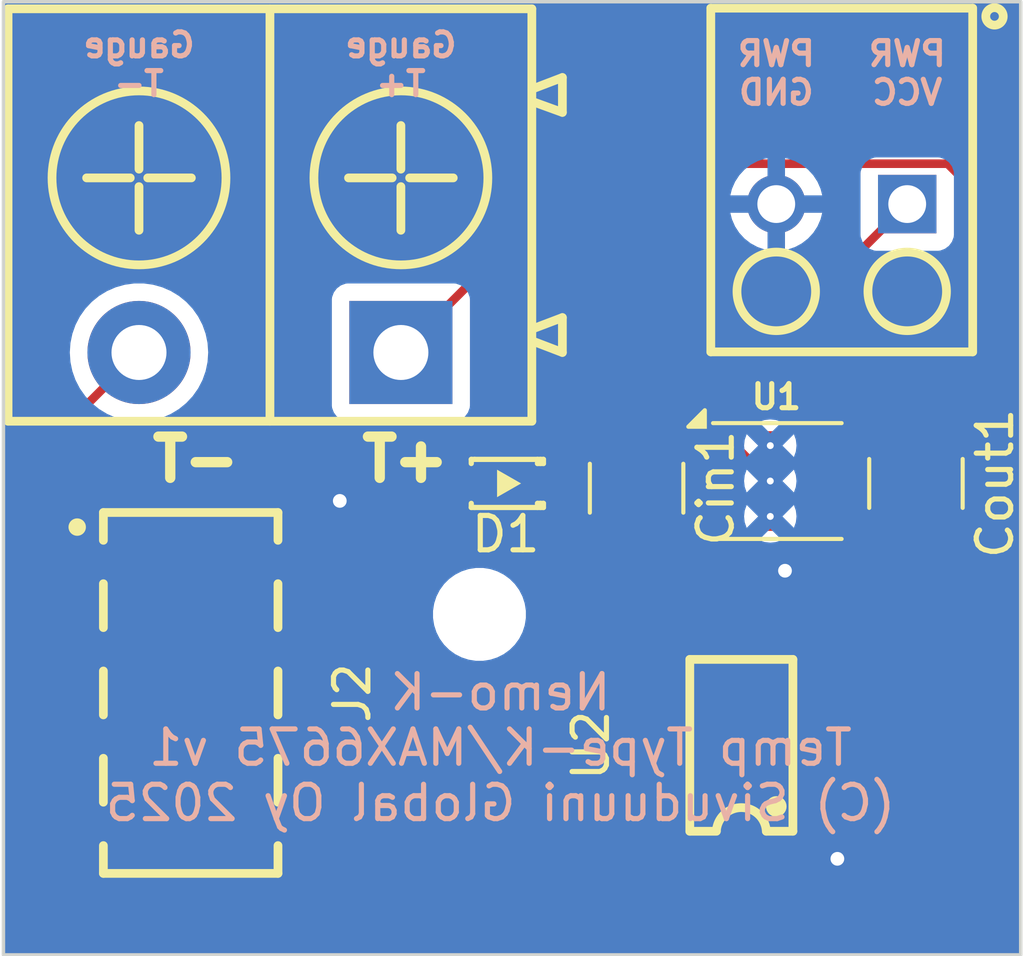
<source format=kicad_pcb>
(kicad_pcb (version 20240108) (generator "pcbnew") (generator_version "8.0")
  (layers (0 "F.Cu" signal) (31 "B.Cu" signal) (34 "B.Paste" user) (35 "F.Paste" user) (36 "B.SilkS" user "B.Silkscreen") (37 "F.SilkS" user "F.Silkscreen") (38 "B.Mask" user) (39 "F.Mask" user) (44 "Edge.Cuts" user))
  (net 0 "")
  (net 1 "Earth")
  (net 2 "+3V3")
  (net 7 "Net-(J2-GPIO0)")
  (net 10 "Net-(D1-K)")
  (net 11 "Net-(D1-A)")
  (net 12 "Net-(J2-RX{slash}GPIO3)")
  (net 14 "Net-(U2-T-)")
  (net 15 "Net-(U2-T+)")
  (net 16 "Net-(J2-GPIO2)")
  (footprint "Package_LGA:Texas_SIL0010A_MicroSiP-10-1EP_3.8x3mm_P0.6mm_EP0.7x2.9mm_ThermalVias" (layer "F.Cu") (at 134.367 89.084)
    (property "Reference" "U1" (at 0 -2.45 0) (layer "F.SilkS") (effects (font (size 0.7 0.7))))
    (property "Value" "LMZM23601V3SILR")
    (fp_line (start -1.9 1.685) (end 1.9 1.685) (stroke (width 0.12)) (layer "F.SilkS"))
    (fp_line (start -1.84 -1.685) (end 1.9 -1.685) (stroke (width 0.12)) (layer "F.SilkS"))
    (fp_poly (pts (xy -2.08 -1.58) (xy -2.56 -1.58) (xy -2.08 -2.06) (xy -2.08 -1.58)) (stroke (width 0.12)) (fill solid) (layer "F.SilkS"))
    (pad "1" smd roundrect (at -1.525 -1.2) (size 0.8 0.45) (layers "F.Cu" "F.Paste" "F.Mask") (net 1 "Earth"))
    (pad "2" smd roundrect (at -1.525 -0.6) (size 0.8 0.45) (layers "F.Cu" "F.Paste" "F.Mask") (net 1 "Earth"))
    (pad "3" smd roundrect (at -1.525 0) (size 0.8 0.45) (layers "F.Cu" "F.Paste" "F.Mask") (net 10 "Net-(D1-K)"))
    (pad "4" smd roundrect (at -1.525 0.6) (size 0.8 0.45) (layers "F.Cu" "F.Paste" "F.Mask") (net 10 "Net-(D1-K)"))
    (pad "5" smd roundrect (at -1.525 1.2) (size 0.8 0.45) (layers "F.Cu" "F.Paste" "F.Mask"))
    (pad "6" smd roundrect (at 1.525 1.2) (size 0.8 0.45) (layers "F.Cu" "F.Paste" "F.Mask") (net 2 "+3V3"))
    (pad "7" smd roundrect (at 1.525 0.6) (size 0.8 0.45) (layers "F.Cu" "F.Paste" "F.Mask") (net 2 "+3V3"))
    (pad "8" smd roundrect (at 1.525 0) (size 0.8 0.45) (layers "F.Cu" "F.Paste" "F.Mask"))
    (pad "9" smd roundrect (at 1.525 -0.6) (size 0.8 0.45) (layers "F.Cu" "F.Paste" "F.Mask"))
    (pad "10" smd roundrect (at 1.525 -1.2) (size 0.8 0.45) (layers "F.Cu" "F.Paste" "F.Mask"))
    (pad "11" thru_hole circle (at -0.175 -1.03) (size 0.5 0.5) (drill 0.2) (property pad_prop_heatsink) (layers "*.Cu") (net 1 "Earth"))
    (pad "11" thru_hole circle (at -0.175 0) (size 0.5 0.5) (drill 0.2) (property pad_prop_heatsink) (layers "*.Cu") (net 1 "Earth"))
    (pad "11" smd rect (at -0.175 0) (size 0.5 2.56) (property pad_prop_heatsink) (layers "B.Cu") (net 1 "Earth"))
    (pad "11" smd rect (at -0.175 0) (size 0.7 2.9) (property pad_prop_heatsink) (layers "F.Cu" "F.Mask") (net 1 "Earth"))
    (pad "11" thru_hole circle (at -0.175 1.03) (size 0.5 0.5) (drill 0.2) (property pad_prop_heatsink) (layers "*.Cu") (net 1 "Earth"))
  )
  (footprint "Capacitor_SMD:C_1210_3225Metric" (layer "F.Cu") (at 138.43 89.154 -90)
    (property "Reference" "Cout1" (at 0 -2.3 90) (layer "F.SilkS"))
    (property "Value" "33μF (6.3V)")
    (fp_line (start -0.711252 1.36) (end 0.711252 1.36) (stroke (width 0.12)) (layer "F.SilkS"))
    (fp_line (start -0.711252 -1.36) (end 0.711252 -1.36) (stroke (width 0.12)) (layer "F.SilkS"))
    (pad "1" smd roundrect (at -1.475 0 270) (size 1.15 2.7) (layers "F.Cu" "F.Paste" "F.Mask") (roundrect_rratio 0.217391) (net 2 "+3V3"))
    (pad "2" smd roundrect (at 1.475 0 270) (size 1.15 2.7) (layers "F.Cu" "F.Paste" "F.Mask") (roundrect_rratio 0.217391) (net 1 "Earth"))
  )
  (footprint "C5173665:CONN-TH_2P-P7.62_KEFA_KF7.62-2P" (layer "F.Cu") (at 119.634 85.344 180)
    (property "Reference" "U4" (hide yes))
    (property "Value" "Type K" (hide yes))
    (fp_line (start 7.62 10) (end -7.62 10) (stroke (width 0.254)) (layer "F.SilkS"))
    (fp_line (start 7.62 -2) (end 7.62 10) (stroke (width 0.254)) (layer "F.SilkS"))
    (fp_line (start 7.62 -2) (end -7.62 -2) (stroke (width 0.254)) (layer "F.SilkS"))
    (fp_line (start 4.064 5.08) (end 5.334 5.08) (stroke (width 0.254)) (layer "F.SilkS"))
    (fp_line (start 3.81 5.334) (end 3.81 6.604) (stroke (width 0.254)) (layer "F.SilkS"))
    (fp_line (start 3.81 4.826) (end 3.81 3.556) (stroke (width 0.254)) (layer "F.SilkS"))
    (fp_line (start 3.556 5.08) (end 2.286 5.08) (stroke (width 0.254)) (layer "F.SilkS"))
    (fp_line (start 0 -2) (end 0 10) (stroke (width 0.254)) (layer "F.SilkS"))
    (fp_line (start -3.556 5.08) (end -2.286 5.08) (stroke (width 0.254)) (layer "F.SilkS"))
    (fp_line (start -3.81 5.334) (end -3.81 6.604) (stroke (width 0.254)) (layer "F.SilkS"))
    (fp_line (start -3.81 4.826) (end -3.81 3.556) (stroke (width 0.254)) (layer "F.SilkS"))
    (fp_line (start -4.064 5.08) (end -5.334 5.08) (stroke (width 0.254)) (layer "F.SilkS"))
    (fp_line (start -7.62 7.307) (end -8.509 6.985) (stroke (width 0.254)) (layer "F.SilkS"))
    (fp_line (start -7.62 0.34) (end -8.509 0) (stroke (width 0.254)) (layer "F.SilkS"))
    (fp_line (start -7.62 -2) (end -7.62 10) (stroke (width 0.254)) (layer "F.SilkS"))
    (fp_line (start -8.509 8.001) (end -7.62 7.6615) (stroke (width 0.254)) (layer "F.SilkS"))
    (fp_line (start -8.509 6.985) (end -8.509 8.001) (stroke (width 0.254)) (layer "F.SilkS"))
    (fp_line (start -8.509 1.016) (end -7.62 0.679) (stroke (width 0.254)) (layer "F.SilkS"))
    (fp_line (start -8.509 0) (end -8.509 1.016) (stroke (width 0.254)) (layer "F.SilkS"))
    (fp_circle (center 3.81 5.08) (end 6.3405 5.08) (stroke (width 0.254)) (fill none) (layer "F.SilkS"))
    (fp_circle (center -3.81 5.08) (end -1.2795 5.08) (stroke (width 0.254)) (fill none) (layer "F.SilkS"))
    (pad "1" thru_hole rect (at -3.81 0 180) (size 3 3) (drill 1.6) (layers "*.Cu" "*.Mask") (net 15 "Net-(U2-T+)"))
    (pad "2" thru_hole circle (at 3.81 0 180) (size 3 3) (drill 1.6) (layers "*.Cu" "*.Mask") (net 14 "Net-(U2-T-)"))
  )
  (footprint "C16030:SOIC-8_L5.0-W4.0-P1.27-LS6.0-BL" (layer "F.Cu") (at 133.35 96.774 90)
    (property "Reference" "U2" (at 0 -4.38 90) (layer "F.SilkS"))
    (property "Value" "MAX6675ISA+T")
    (fp_line (start 2.5 -1.5) (end 2.5 1.5) (stroke (width 0.254)) (layer "F.SilkS"))
    (fp_line (start -2.5 -1.5) (end 2.5 -1.5) (stroke (width 0.254)) (layer "F.SilkS"))
    (fp_line (start -2.5 -1.5) (end -2.5 -0.7265) (stroke (width 0.254)) (layer "F.SilkS"))
    (fp_line (start -2.5 1.5) (end -2.5 0.7265) (stroke (width 0.254)) (layer "F.SilkS"))
    (fp_line (start -2.5 1.5) (end 2.5 1.5) (stroke (width 0.254)) (layer "F.SilkS"))
    (fp_arc (start -2.495 -0.7265) (mid -1.812112 0.002358) (end -2.5 0.7265) (stroke (width 0.254)) (layer "F.SilkS"))
    (fp_circle (center -1.778 1.016) (end -1.628 1.016) (stroke (width 0.3)) (fill none) (layer "F.SilkS"))
    (pad "1" smd oval (at -1.905 2.705 90) (size 0.5685 1.95) (layers "F.Cu" "F.Paste" "F.Mask") (net 1 "Earth"))
    (pad "2" smd oval (at -0.635 2.705 90) (size 0.5685 1.95) (layers "F.Cu" "F.Paste" "F.Mask") (net 14 "Net-(U2-T-)"))
    (pad "3" smd oval (at 0.635 2.705 90) (size 0.5685 1.95) (layers "F.Cu" "F.Paste" "F.Mask") (net 15 "Net-(U2-T+)"))
    (pad "4" smd oval (at 1.905 2.705 90) (size 0.5685 1.95) (layers "F.Cu" "F.Paste" "F.Mask") (net 2 "+3V3"))
    (pad "5" smd oval (at 1.905 -2.705 90) (size 0.5685 1.95) (layers "F.Cu" "F.Paste" "F.Mask") (net 7 "Net-(J2-GPIO0)"))
    (pad "6" smd oval (at 0.635 -2.705 90) (size 0.5685 1.95) (layers "F.Cu" "F.Paste" "F.Mask") (net 16 "Net-(J2-GPIO2)"))
    (pad "7" smd oval (at -0.635 -2.705 90) (size 0.5685 1.95) (layers "F.Cu" "F.Paste" "F.Mask") (net 12 "Net-(J2-RX{slash}GPIO3)"))
    (pad "8" smd oval (at -1.905 -2.705 90) (size 0.5685 1.95) (layers "F.Cu" "F.Paste" "F.Mask"))
  )
  (footprint "C3975149:HDR-SMD_8P-P2.54-V-F-R2-C4-S7.1" (layer "F.Cu") (at 117.328 95.25 -90)
    (property "Reference" "J2" (at 0 -4.7 90) (layer "F.SilkS"))
    (property "Value" "ESP-01S")
    (fp_line (start -5.25 2.54) (end -4.441 2.54) (stroke (width 0.254)) (layer "F.SilkS"))
    (fp_line (start -3.179 2.54) (end -1.901 2.54) (stroke (width 0.254)) (layer "F.SilkS"))
    (fp_line (start -0.639 2.54) (end 0.639 2.54) (stroke (width 0.254)) (layer "F.SilkS"))
    (fp_line (start 1.901 2.54) (end 3.179 2.54) (stroke (width 0.254)) (layer "F.SilkS"))
    (fp_line (start 4.441 2.54) (end 5.25 2.54) (stroke (width 0.254)) (layer "F.SilkS"))
    (fp_line (start -5.25 -2.54) (end -5.25 2.54) (stroke (width 0.254)) (layer "F.SilkS"))
    (fp_line (start -5.25 -2.54) (end -4.441 -2.54) (stroke (width 0.254)) (layer "F.SilkS"))
    (fp_line (start -3.179 -2.54) (end -1.901 -2.54) (stroke (width 0.254)) (layer "F.SilkS"))
    (fp_line (start -0.639 -2.54) (end 0.639 -2.54) (stroke (width 0.254)) (layer "F.SilkS"))
    (fp_line (start 1.901 -2.54) (end 3.179 -2.54) (stroke (width 0.254)) (layer "F.SilkS"))
    (fp_line (start 4.441 -2.54) (end 5.25 -2.54) (stroke (width 0.254)) (layer "F.SilkS"))
    (fp_line (start 5.25 -2.54) (end 5.25 2.54) (stroke (width 0.254)) (layer "F.SilkS"))
    (fp_circle (center -4.826 3.302) (end -4.699 3.302) (stroke (width 0.254)) (fill none) (layer "F.SilkS"))
    (pad "1" smd rect (at -3.81 -2.4 270) (size 0.8 3.2) (layers "F.Cu" "F.Paste" "F.Mask") (net 1 "Earth"))
    (pad "2" smd rect (at -3.81 2.4 270) (size 0.8 3.2) (layers "F.Cu" "F.Paste" "F.Mask"))
    (pad "3" smd rect (at -1.27 -2.4 270) (size 0.8 3.2) (layers "F.Cu" "F.Paste" "F.Mask") (net 16 "Net-(J2-GPIO2)"))
    (pad "4" smd rect (at -1.27 2.4 270) (size 0.8 3.2) (layers "F.Cu" "F.Paste" "F.Mask") (net 2 "+3V3"))
    (pad "5" smd rect (at 1.27 -2.4 270) (size 0.8 3.2) (layers "F.Cu" "F.Paste" "F.Mask") (net 7 "Net-(J2-GPIO0)"))
    (pad "6" smd rect (at 1.27 2.4 270) (size 0.8 3.2) (layers "F.Cu" "F.Paste" "F.Mask"))
    (pad "7" smd rect (at 3.81 -2.4 270) (size 0.8 3.2) (layers "F.Cu" "F.Paste" "F.Mask") (net 12 "Net-(J2-RX{slash}GPIO3)"))
    (pad "8" smd rect (at 3.81 2.4 270) (size 0.8 3.2) (layers "F.Cu" "F.Paste" "F.Mask") (net 2 "+3V3"))
  )
  (footprint "MountingHole:MountingHole_2.2mm_M2" (layer "F.Cu") (at 125.73 92.964)
    (property "Reference" "REF**" (hide yes))
    (property "Value" "MountingHole_2.2mm_M2")
    (pad "" np_thru_hole circle (at 0 0) (size 2.2 2.2) (drill 2.2) (layers "*.Cu" "*.Mask"))
  )
  (footprint "Capacitor_SMD:C_1210_3225Metric" (layer "F.Cu") (at 130.302 89.293 -90)
    (property "Reference" "Cin1" (at 0 -2.3 -90) (layer "F.SilkS"))
    (property "Value" "10μF (50V)")
    (fp_line (start -0.711252 1.36) (end 0.711252 1.36) (stroke (width 0.12)) (layer "F.SilkS"))
    (fp_line (start -0.711252 -1.36) (end 0.711252 -1.36) (stroke (width 0.12)) (layer "F.SilkS"))
    (pad "1" smd roundrect (at -1.475 0 270) (size 1.15 2.7) (layers "F.Cu" "F.Paste" "F.Mask") (roundrect_rratio 0.217391) (net 10 "Net-(D1-K)"))
    (pad "2" smd roundrect (at 1.475 0 270) (size 1.15 2.7) (layers "F.Cu" "F.Paste" "F.Mask") (roundrect_rratio 0.217391) (net 1 "Earth"))
  )
  (footprint "C5349550:CONN-TH_MX127S-3.81-02P-GN01-CU-Y-A" (layer "F.Cu") (at 136.271 81.026 180)
    (property "Reference" "U3" (hide yes))
    (property "Value" "Power" (hide yes))
    (fp_line (start 3.81 -4.3) (end 3.81 5.7) (stroke (width 0.254)) (layer "F.SilkS"))
    (fp_line (start -3.81 5.7) (end 3.81 5.7) (stroke (width 0.254)) (layer "F.SilkS"))
    (fp_line (start -3.81 -4.3) (end 3.81 -4.3) (stroke (width 0.254)) (layer "F.SilkS"))
    (fp_line (start -3.81 -4.3) (end -3.81 5.7) (stroke (width 0.254)) (layer "F.SilkS"))
    (fp_circle (center 1.905 -2.54) (end 3.048 -2.54) (stroke (width 0.254)) (fill none) (layer "F.SilkS"))
    (fp_circle (center -1.905 -2.54) (end -0.762 -2.54) (stroke (width 0.254)) (fill none) (layer "F.SilkS"))
    (fp_circle (center -4.445 5.461) (end -4.191 5.461) (stroke (width 0.254)) (fill none) (layer "F.SilkS"))
    (pad "1" thru_hole rect (at -1.905 0 180) (size 1.7 1.7) (drill 1.1) (layers "*.Cu" "*.Mask") (net 11 "Net-(D1-A)"))
    (pad "2" thru_hole circle (at 1.905 0 180) (size 1.7 1.7) (drill 1.1) (layers "*.Cu" "*.Mask") (net 1 "Earth"))
  )
  (footprint "C5174649:SOD-323_L1.7-W1.3-LS2.5-RD" (layer "F.Cu") (at 126.492 89.154 180)
    (property "Reference" "D1" (at 0 -1.476 0) (layer "F.SilkS"))
    (property "Value" "D")
    (fp_line (start 1 0.7) (end 1 0.58) (stroke (width 0.152)) (layer "F.SilkS"))
    (fp_line (start 1 -0.58) (end 1 -0.7) (stroke (width 0.152)) (layer "F.SilkS"))
    (fp_line (start 1 -0.7) (end 0.9 -0.7) (stroke (width 0.152)) (layer "F.SilkS"))
    (fp_line (start 0.9 0.7) (end 1 0.7) (stroke (width 0.152)) (layer "F.SilkS"))
    (fp_line (start 0.9 -0.7) (end -1.1 -0.7) (stroke (width 0.152)) (layer "F.SilkS"))
    (fp_line (start -0.927 0.58) (end -0.927 0.7) (stroke (width 0.152)) (layer "F.SilkS"))
    (fp_line (start -0.927 -0.58) (end -1.1 -0.58) (stroke (width 0.152)) (layer "F.SilkS"))
    (fp_line (start -0.927 -0.7) (end -0.927 -0.58) (stroke (width 0.152)) (layer "F.SilkS"))
    (fp_line (start -1.0135 0.7) (end -1.0135 0.58) (stroke (width 0.152)) (layer "F.SilkS"))
    (fp_line (start -1.0135 -0.58) (end -1.0135 -0.7) (stroke (width 0.152)) (layer "F.SilkS"))
    (fp_line (start -1.1 0.7) (end 0.9 0.7) (stroke (width 0.152)) (layer "F.SilkS"))
    (fp_line (start -1.1 0.58) (end -0.927 0.58) (stroke (width 0.152)) (layer "F.SilkS"))
    (fp_line (start -1.1 0.58) (end -1.1 0.7) (stroke (width 0.152)) (layer "F.SilkS"))
    (fp_line (start -1.1 -0.7) (end -1.1 -0.58) (stroke (width 0.152)) (layer "F.SilkS"))
    (fp_poly (pts (xy -0.45 0) (xy 0.25 -0.4) (xy 0.25 0.4)) (fill solid) (layer "F.SilkS"))
    (pad "1" smd rect (at -1.2 0 180) (size 0.8 0.8) (layers "F.Cu" "F.Paste" "F.Mask") (net 10 "Net-(D1-K)"))
    (pad "2" smd rect (at 1.2 0 180) (size 0.8 0.8) (layers "F.Cu" "F.Paste" "F.Mask") (net 11 "Net-(D1-A)"))
  )
  (gr_rect (start 111.88 75.138) (end 141.478 102.87) (stroke (width 0.1)) (fill none) (layer "Edge.Cuts"))
  (gr_text "Gauge\nT+" (at 123.444 76.962 0) (layer "B.SilkS") (effects (font (size 0.7 0.7)) (justify mirror)))
  (gr_text "PWR\nGND" (at 134.366 77.216 0) (layer "B.SilkS") (effects (font (size 0.7 0.7)) (justify mirror)))
  (gr_text "Gauge\nT-" (at 115.824 76.962 0) (layer "B.SilkS") (effects (font (size 0.7 0.7)) (justify mirror)))
  (gr_text "PWR\nVCC" (at 138.176 77.216 0) (layer "B.SilkS") (effects (font (size 0.7 0.7)) (justify mirror)))
  (gr_text "Nemo-K\nTemp Type-K/MAX6675 v1\n(C) Sivuduuni Global Oy 2025" (at 126.342 96.8415 0) (layer "B.SilkS") (effects (font (size 1 1)) (justify mirror)))
  (gr_text "T+" (at 122.174 89.154 0) (layer "F.SilkS") (effects (font (size 1.2 1.2) (thickness 0.3) (bold yes)) (justify left bottom)))
  (gr_text "T-" (at 116.078 89.154 0) (layer "F.SilkS") (effects (font (size 1.2 1.2) (thickness 0.3) (bold yes)) (justify left bottom)))
  (segment (start 119.728 91.44) (end 119.888 91.44) (width 0.25) (layer "F.Cu") (net 1))
  (segment (start 132.992 87.884) (end 134.192 89.084) (width 0.25) (layer "F.Cu") (net 1))
  (segment (start 136.055 98.679) (end 136.055 99.987) (width 0.25) (layer "F.Cu") (net 1))
  (segment (start 130.302 90.768) (end 131.228 91.694) (width 0.25) (layer "F.Cu") (net 1))
  (segment (start 132.842 88.484) (end 132.842 87.884) (width 0.25) (layer "F.Cu") (net 1))
  (segment (start 134.62 91.694) (end 134.62 90.542) (width 0.25) (layer "F.Cu") (net 1))
  (segment (start 134.62 90.542) (end 134.192 90.114) (width 0.25) (layer "F.Cu") (net 1))
  (segment (start 136.055 99.987) (end 136.144 100.076) (width 0.25) (layer "F.Cu") (net 1))
  (segment (start 119.888 91.44) (end 121.666 89.662) (width 0.25) (layer "F.Cu") (net 1))
  (segment (start 134.62 91.694) (end 137.365 91.694) (width 0.25) (layer "F.Cu") (net 1))
  (segment (start 137.365 91.694) (end 138.43 90.629) (width 0.25) (layer "F.Cu") (net 1))
  (segment (start 132.842 87.884) (end 132.992 87.884) (width 0.25) (layer "F.Cu") (net 1))
  (segment (start 131.228 91.694) (end 134.62 91.694) (width 0.25) (layer "F.Cu") (net 1))
  (via (at 136.144 100.076) (size 0.8) (drill 0.4) (layers "F.Cu" "B.Cu") (net 1))
  (via (at 121.666 89.662) (size 0.8) (drill 0.4) (layers "F.Cu" "B.Cu") (net 1))
  (via (at 134.62 91.694) (size 0.8) (drill 0.4) (layers "F.Cu" "B.Cu") (net 1))
  (segment (start 140.105 89.354) (end 138.43 87.679) (width 0.25) (layer "F.Cu") (net 2))
  (segment (start 130.048 93.726) (end 127.762 96.012) (width 0.25) (layer "F.Cu") (net 2))
  (segment (start 135.44575 94.25975) (end 135.40775 94.25975) (width 0.25) (layer "F.Cu") (net 2))
  (segment (start 114.928 99.06) (end 116.853 97.135) (width 0.25) (layer "F.Cu") (net 2))
  (segment (start 124.46 96.012) (end 121.412 92.964) (width 0.25) (layer "F.Cu") (net 2))
  (segment (start 121.412 92.964) (end 115.944 92.964) (width 0.25) (layer "F.Cu") (net 2))
  (segment (start 127.762 96.012) (end 124.46 96.012) (width 0.25) (layer "F.Cu") (net 2))
  (segment (start 135.892 89.684) (end 135.892 90.284) (width 0.25) (layer "F.Cu") (net 2))
  (segment (start 134.874 93.726) (end 130.048 93.726) (width 0.25) (layer "F.Cu") (net 2))
  (segment (start 136.74575 94.869) (end 140.105 91.50975) (width 0.25) (layer "F.Cu") (net 2))
  (segment (start 136.055 94.869) (end 135.44575 94.25975) (width 0.25) (layer "F.Cu") (net 2))
  (segment (start 135.892 89.684) (end 136.425 89.684) (width 0.25) (layer "F.Cu") (net 2))
  (segment (start 116.853 95.905) (end 114.928 93.98) (width 0.25) (layer "F.Cu") (net 2))
  (segment (start 116.853 97.135) (end 116.853 95.905) (width 0.25) (layer "F.Cu") (net 2))
  (segment (start 140.105 91.50975) (end 140.105 89.354) (width 0.25) (layer "F.Cu") (net 2))
  (segment (start 115.944 92.964) (end 114.928 93.98) (width 0.25) (layer "F.Cu") (net 2))
  (segment (start 136.055 94.869) (end 136.74575 94.869) (width 0.25) (layer "F.Cu") (net 2))
  (segment (start 135.40775 94.25975) (end 134.874 93.726) (width 0.25) (layer "F.Cu") (net 2))
  (segment (start 136.425 89.684) (end 138.43 87.679) (width 0.25) (layer "F.Cu") (net 2))
  (segment (start 115.824 99.06) (end 114.928 99.06) (width 0.25) (layer "F.Cu") (net 2))
  (segment (start 130.645 94.869) (end 129.667 94.869) (width 0.25) (layer "F.Cu") (net 7))
  (segment (start 128.016 96.52) (end 119.728 96.52) (width 0.25) (layer "F.Cu") (net 7))
  (segment (start 129.667 94.869) (end 128.016 96.52) (width 0.25) (layer "F.Cu") (net 7))
  (segment (start 131.568 89.084) (end 132.842 89.084) (width 0.25) (layer "F.Cu") (net 10))
  (segment (start 132.842 89.084) (end 132.842 89.684) (width 0.25) (layer "F.Cu") (net 10))
  (segment (start 128.966 89.154) (end 130.302 87.818) (width 0.25) (layer "F.Cu") (net 10))
  (segment (start 130.302 87.818) (end 131.568 89.084) (width 0.25) (layer "F.Cu") (net 10))
  (segment (start 127.692 89.154) (end 128.966 89.154) (width 0.25) (layer "F.Cu") (net 10))
  (segment (start 127.528 86.918) (end 125.292 89.154) (width 0.25) (layer "F.Cu") (net 11))
  (segment (start 132.284 86.918) (end 127.528 86.918) (width 0.25) (layer "F.Cu") (net 11))
  (segment (start 138.176 81.026) (end 132.284 86.918) (width 0.25) (layer "F.Cu") (net 11))
  (segment (start 129.921 97.409) (end 128.27 99.06) (width 0.25) (layer "F.Cu") (net 12))
  (segment (start 130.645 97.409) (end 129.921 97.409) (width 0.25) (layer "F.Cu") (net 12))
  (segment (start 128.27 99.06) (end 119.728 99.06) (width 0.25) (layer "F.Cu") (net 12))
  (segment (start 136.055 97.409) (end 134.493 97.409) (width 0.25) (layer "F.Cu") (net 14))
  (segment (start 112.553 88.615) (end 115.824 85.344) (width 0.25) (layer "F.Cu") (net 14))
  (segment (start 134.493 97.409) (end 131.667 100.235) (width 0.25) (layer "F.Cu") (net 14))
  (segment (start 112.816604 100.235) (end 112.553 99.971396) (width 0.25) (layer "F.Cu") (net 14))
  (segment (start 131.667 100.235) (end 112.816604 100.235) (width 0.25) (layer "F.Cu") (net 14))
  (segment (start 112.553 99.971396) (end 112.553 88.615) (width 0.25) (layer "F.Cu") (net 14))
  (segment (start 140.716 81.216) (end 139.351 79.851) (width 0.25) (layer "F.Cu") (net 15))
  (segment (start 139.351 79.851) (end 128.937 79.851) (width 0.25) (layer "F.Cu") (net 15))
  (segment (start 136.055 96.139) (end 136.74575 96.139) (width 0.25) (layer "F.Cu") (net 15))
  (segment (start 140.716 92.16875) (end 140.716 81.216) (width 0.25) (layer "F.Cu") (net 15))
  (segment (start 128.937 79.851) (end 123.444 85.344) (width 0.25) (layer "F.Cu") (net 15))
  (segment (start 136.74575 96.139) (end 140.716 92.16875) (width 0.25) (layer "F.Cu") (net 15))
  (segment (start 130.645 96.139) (end 130.92736 96.139) (width 0.25) (layer "F.Cu") (net 16))
  (segment (start 117.803 95.905) (end 117.803 97.245) (width 0.25) (layer "F.Cu") (net 16))
  (segment (start 119.728 93.98) (end 117.803 95.905) (width 0.25) (layer "F.Cu") (net 16))
  (segment (start 128.307 97.245) (end 129.094802 96.457198) (width 0.25) (layer "F.Cu") (net 16))
  (segment (start 117.803 97.245) (end 128.307 97.245) (width 0.25) (layer "F.Cu") (net 16))
  (segment (start 129.094802 96.457198) (end 130.326802 96.457198) (width 0.25) (layer "F.Cu") (net 16))
  (zone (net 1) (net_name "Earth") (layer "B.Cu") (name "Earth") (connect_pads (clearance 0.508)) (min_thickness 0.254) (fill yes (thermal_gap 0.508) (thermal_bridge_width 0.508))
    (polygon (pts (xy 141.478 102.87) (xy 111.88 102.87) (xy 111.88 75.138) (xy 141.478 75.138)))
  )
)
</source>
